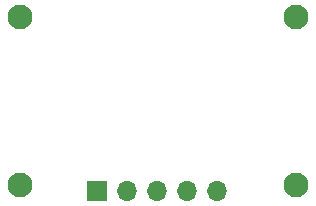
<source format=gbr>
%TF.GenerationSoftware,KiCad,Pcbnew,7.0.1*%
%TF.CreationDate,2025-06-24T15:42:27+07:00*%
%TF.ProjectId,positron_tlv493d,706f7369-7472-46f6-9e5f-746c76343933,rev?*%
%TF.SameCoordinates,Original*%
%TF.FileFunction,Soldermask,Bot*%
%TF.FilePolarity,Negative*%
%FSLAX46Y46*%
G04 Gerber Fmt 4.6, Leading zero omitted, Abs format (unit mm)*
G04 Created by KiCad (PCBNEW 7.0.1) date 2025-06-24 15:42:27*
%MOMM*%
%LPD*%
G01*
G04 APERTURE LIST*
%ADD10C,2.100000*%
%ADD11R,1.700000X1.700000*%
%ADD12O,1.700000X1.700000*%
G04 APERTURE END LIST*
D10*
%TO.C,H2*%
X115062000Y-70839000D03*
%TD*%
%TO.C,H1*%
X115062000Y-56615000D03*
%TD*%
%TO.C,H4*%
X138430000Y-56615000D03*
%TD*%
D11*
%TO.C,J3*%
X121624500Y-71347000D03*
D12*
X124164500Y-71347000D03*
X126704500Y-71347000D03*
X129244500Y-71347000D03*
X131784500Y-71347000D03*
%TD*%
D10*
%TO.C,H3*%
X138430000Y-70839000D03*
%TD*%
M02*

</source>
